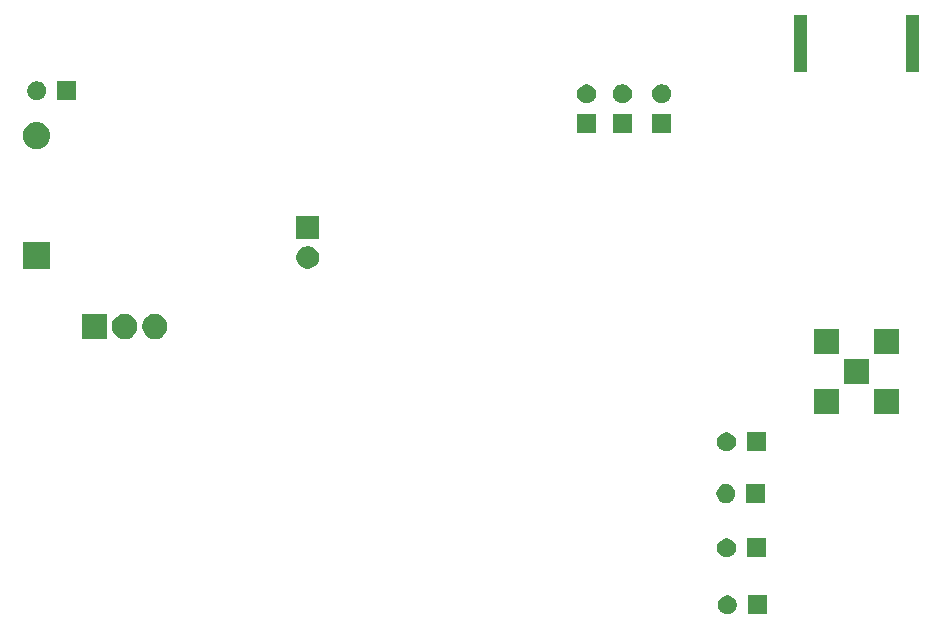
<source format=gbs>
G04 #@! TF.GenerationSoftware,KiCad,Pcbnew,(6.0.0-rc1-dev-305-gf0b8b21)*
G04 #@! TF.CreationDate,2018-11-28T21:02:02-08:00*
G04 #@! TF.ProjectId,EE173_Lab4,45453137335F4C6162342E6B69636164,rev?*
G04 #@! TF.SameCoordinates,Original*
G04 #@! TF.FileFunction,Soldermask,Bot*
G04 #@! TF.FilePolarity,Negative*
%FSLAX46Y46*%
G04 Gerber Fmt 4.6, Leading zero omitted, Abs format (unit mm)*
G04 Created by KiCad (PCBNEW (6.0.0-rc1-dev-305-gf0b8b21)) date Wednesday, November 28, 2018 at 09:02:02 PM*
%MOMM*%
%LPD*%
G01*
G04 APERTURE LIST*
%ADD10C,0.100000*%
G04 APERTURE END LIST*
D10*
G36*
X251811000Y-83461000D02*
X250209000Y-83461000D01*
X250209000Y-81859000D01*
X251811000Y-81859000D01*
X251811000Y-83461000D01*
X251811000Y-83461000D01*
G37*
G36*
X248703643Y-81889781D02*
X248849415Y-81950162D01*
X248980611Y-82037824D01*
X249092176Y-82149389D01*
X249179838Y-82280585D01*
X249240219Y-82426357D01*
X249271000Y-82581107D01*
X249271000Y-82738893D01*
X249240219Y-82893643D01*
X249179838Y-83039415D01*
X249092176Y-83170611D01*
X248980611Y-83282176D01*
X248849415Y-83369838D01*
X248703643Y-83430219D01*
X248548893Y-83461000D01*
X248391107Y-83461000D01*
X248236357Y-83430219D01*
X248090585Y-83369838D01*
X247959389Y-83282176D01*
X247847824Y-83170611D01*
X247760162Y-83039415D01*
X247699781Y-82893643D01*
X247669000Y-82738893D01*
X247669000Y-82581107D01*
X247699781Y-82426357D01*
X247760162Y-82280585D01*
X247847824Y-82149389D01*
X247959389Y-82037824D01*
X248090585Y-81950162D01*
X248236357Y-81889781D01*
X248391107Y-81859000D01*
X248548893Y-81859000D01*
X248703643Y-81889781D01*
X248703643Y-81889781D01*
G37*
G36*
X251741000Y-78631000D02*
X250139000Y-78631000D01*
X250139000Y-77029000D01*
X251741000Y-77029000D01*
X251741000Y-78631000D01*
X251741000Y-78631000D01*
G37*
G36*
X248633643Y-77059781D02*
X248779415Y-77120162D01*
X248910611Y-77207824D01*
X249022176Y-77319389D01*
X249109838Y-77450585D01*
X249170219Y-77596357D01*
X249201000Y-77751107D01*
X249201000Y-77908893D01*
X249170219Y-78063643D01*
X249109838Y-78209415D01*
X249022176Y-78340611D01*
X248910611Y-78452176D01*
X248779415Y-78539838D01*
X248633643Y-78600219D01*
X248478893Y-78631000D01*
X248321107Y-78631000D01*
X248166357Y-78600219D01*
X248020585Y-78539838D01*
X247889389Y-78452176D01*
X247777824Y-78340611D01*
X247690162Y-78209415D01*
X247629781Y-78063643D01*
X247599000Y-77908893D01*
X247599000Y-77751107D01*
X247629781Y-77596357D01*
X247690162Y-77450585D01*
X247777824Y-77319389D01*
X247889389Y-77207824D01*
X248020585Y-77120162D01*
X248166357Y-77059781D01*
X248321107Y-77029000D01*
X248478893Y-77029000D01*
X248633643Y-77059781D01*
X248633643Y-77059781D01*
G37*
G36*
X251691000Y-74031000D02*
X250089000Y-74031000D01*
X250089000Y-72429000D01*
X251691000Y-72429000D01*
X251691000Y-74031000D01*
X251691000Y-74031000D01*
G37*
G36*
X248583643Y-72459781D02*
X248729415Y-72520162D01*
X248860611Y-72607824D01*
X248972176Y-72719389D01*
X249059838Y-72850585D01*
X249120219Y-72996357D01*
X249151000Y-73151107D01*
X249151000Y-73308893D01*
X249120219Y-73463643D01*
X249059838Y-73609415D01*
X248972176Y-73740611D01*
X248860611Y-73852176D01*
X248729415Y-73939838D01*
X248583643Y-74000219D01*
X248428893Y-74031000D01*
X248271107Y-74031000D01*
X248116357Y-74000219D01*
X247970585Y-73939838D01*
X247839389Y-73852176D01*
X247727824Y-73740611D01*
X247640162Y-73609415D01*
X247579781Y-73463643D01*
X247549000Y-73308893D01*
X247549000Y-73151107D01*
X247579781Y-72996357D01*
X247640162Y-72850585D01*
X247727824Y-72719389D01*
X247839389Y-72607824D01*
X247970585Y-72520162D01*
X248116357Y-72459781D01*
X248271107Y-72429000D01*
X248428893Y-72429000D01*
X248583643Y-72459781D01*
X248583643Y-72459781D01*
G37*
G36*
X251731000Y-69661000D02*
X250129000Y-69661000D01*
X250129000Y-68059000D01*
X251731000Y-68059000D01*
X251731000Y-69661000D01*
X251731000Y-69661000D01*
G37*
G36*
X248623643Y-68089781D02*
X248769415Y-68150162D01*
X248900611Y-68237824D01*
X249012176Y-68349389D01*
X249099838Y-68480585D01*
X249160219Y-68626357D01*
X249191000Y-68781107D01*
X249191000Y-68938893D01*
X249160219Y-69093643D01*
X249099838Y-69239415D01*
X249012176Y-69370611D01*
X248900611Y-69482176D01*
X248769415Y-69569838D01*
X248623643Y-69630219D01*
X248468893Y-69661000D01*
X248311107Y-69661000D01*
X248156357Y-69630219D01*
X248010585Y-69569838D01*
X247879389Y-69482176D01*
X247767824Y-69370611D01*
X247680162Y-69239415D01*
X247619781Y-69093643D01*
X247589000Y-68938893D01*
X247589000Y-68781107D01*
X247619781Y-68626357D01*
X247680162Y-68480585D01*
X247767824Y-68349389D01*
X247879389Y-68237824D01*
X248010585Y-68150162D01*
X248156357Y-68089781D01*
X248311107Y-68059000D01*
X248468893Y-68059000D01*
X248623643Y-68089781D01*
X248623643Y-68089781D01*
G37*
G36*
X263007950Y-66477950D02*
X260912050Y-66477950D01*
X260912050Y-64382050D01*
X263007950Y-64382050D01*
X263007950Y-66477950D01*
X263007950Y-66477950D01*
G37*
G36*
X257927950Y-66477950D02*
X255832050Y-66477950D01*
X255832050Y-64382050D01*
X257927950Y-64382050D01*
X257927950Y-66477950D01*
X257927950Y-66477950D01*
G37*
G36*
X260467950Y-63937950D02*
X258372050Y-63937950D01*
X258372050Y-61842050D01*
X260467950Y-61842050D01*
X260467950Y-63937950D01*
X260467950Y-63937950D01*
G37*
G36*
X263007950Y-61397950D02*
X260912050Y-61397950D01*
X260912050Y-59302050D01*
X263007950Y-59302050D01*
X263007950Y-61397950D01*
X263007950Y-61397950D01*
G37*
G36*
X257927950Y-61397950D02*
X255832050Y-61397950D01*
X255832050Y-59302050D01*
X257927950Y-59302050D01*
X257927950Y-61397950D01*
X257927950Y-61397950D01*
G37*
G36*
X195951004Y-60146994D02*
X193817004Y-60146994D01*
X193817004Y-58012994D01*
X195951004Y-58012994D01*
X195951004Y-60146994D01*
X195951004Y-60146994D01*
G37*
G36*
X197745235Y-58053997D02*
X197939419Y-58134431D01*
X198114180Y-58251203D01*
X198262795Y-58399818D01*
X198379567Y-58574579D01*
X198460001Y-58768763D01*
X198501004Y-58974902D01*
X198501004Y-59185086D01*
X198460001Y-59391225D01*
X198379567Y-59585409D01*
X198262795Y-59760170D01*
X198114180Y-59908785D01*
X197939419Y-60025557D01*
X197745235Y-60105991D01*
X197539096Y-60146994D01*
X197328912Y-60146994D01*
X197122773Y-60105991D01*
X196928589Y-60025557D01*
X196753828Y-59908785D01*
X196605213Y-59760170D01*
X196488441Y-59585409D01*
X196408007Y-59391225D01*
X196367004Y-59185086D01*
X196367004Y-58974902D01*
X196408007Y-58768763D01*
X196488441Y-58574579D01*
X196605213Y-58399818D01*
X196753828Y-58251203D01*
X196928589Y-58134431D01*
X197122773Y-58053997D01*
X197328912Y-58012994D01*
X197539096Y-58012994D01*
X197745235Y-58053997D01*
X197745235Y-58053997D01*
G37*
G36*
X200295235Y-58053997D02*
X200489419Y-58134431D01*
X200664180Y-58251203D01*
X200812795Y-58399818D01*
X200929567Y-58574579D01*
X201010001Y-58768763D01*
X201051004Y-58974902D01*
X201051004Y-59185086D01*
X201010001Y-59391225D01*
X200929567Y-59585409D01*
X200812795Y-59760170D01*
X200664180Y-59908785D01*
X200489419Y-60025557D01*
X200295235Y-60105991D01*
X200089096Y-60146994D01*
X199878912Y-60146994D01*
X199672773Y-60105991D01*
X199478589Y-60025557D01*
X199303828Y-59908785D01*
X199155213Y-59760170D01*
X199038441Y-59585409D01*
X198958007Y-59391225D01*
X198917004Y-59185086D01*
X198917004Y-58974902D01*
X198958007Y-58768763D01*
X199038441Y-58574579D01*
X199155213Y-58399818D01*
X199303828Y-58251203D01*
X199478589Y-58134431D01*
X199672773Y-58053997D01*
X199878912Y-58012994D01*
X200089096Y-58012994D01*
X200295235Y-58053997D01*
X200295235Y-58053997D01*
G37*
G36*
X191143000Y-54237000D02*
X188841000Y-54237000D01*
X188841000Y-51935000D01*
X191143000Y-51935000D01*
X191143000Y-54237000D01*
X191143000Y-54237000D01*
G37*
G36*
X213215400Y-52323540D02*
X213388470Y-52395228D01*
X213544234Y-52499306D01*
X213676692Y-52631764D01*
X213780770Y-52787528D01*
X213852458Y-52960598D01*
X213889004Y-53144327D01*
X213889004Y-53331661D01*
X213852458Y-53515390D01*
X213780770Y-53688460D01*
X213676692Y-53844224D01*
X213544234Y-53976682D01*
X213388470Y-54080760D01*
X213215400Y-54152448D01*
X213031671Y-54188994D01*
X212844337Y-54188994D01*
X212660608Y-54152448D01*
X212487538Y-54080760D01*
X212331774Y-53976682D01*
X212199316Y-53844224D01*
X212095238Y-53688460D01*
X212023550Y-53515390D01*
X211987004Y-53331661D01*
X211987004Y-53144327D01*
X212023550Y-52960598D01*
X212095238Y-52787528D01*
X212199316Y-52631764D01*
X212331774Y-52499306D01*
X212487538Y-52395228D01*
X212660608Y-52323540D01*
X212844337Y-52286994D01*
X213031671Y-52286994D01*
X213215400Y-52323540D01*
X213215400Y-52323540D01*
G37*
G36*
X213889004Y-51648994D02*
X211987004Y-51648994D01*
X211987004Y-49746994D01*
X213889004Y-49746994D01*
X213889004Y-51648994D01*
X213889004Y-51648994D01*
G37*
G36*
X190116180Y-41781662D02*
X190217635Y-41791654D01*
X190434600Y-41857470D01*
X190434602Y-41857471D01*
X190434605Y-41857472D01*
X190634556Y-41964347D01*
X190809818Y-42108182D01*
X190953653Y-42283444D01*
X191060528Y-42483395D01*
X191060529Y-42483398D01*
X191060530Y-42483400D01*
X191126346Y-42700365D01*
X191148569Y-42926000D01*
X191126346Y-43151635D01*
X191060530Y-43368600D01*
X191060528Y-43368605D01*
X190953653Y-43568556D01*
X190809818Y-43743818D01*
X190634556Y-43887653D01*
X190434605Y-43994528D01*
X190434602Y-43994529D01*
X190434600Y-43994530D01*
X190217635Y-44060346D01*
X190116180Y-44070338D01*
X190048545Y-44077000D01*
X189935455Y-44077000D01*
X189867820Y-44070338D01*
X189766365Y-44060346D01*
X189549400Y-43994530D01*
X189549398Y-43994529D01*
X189549395Y-43994528D01*
X189349444Y-43887653D01*
X189174182Y-43743818D01*
X189030347Y-43568556D01*
X188923472Y-43368605D01*
X188923470Y-43368600D01*
X188857654Y-43151635D01*
X188835431Y-42926000D01*
X188857654Y-42700365D01*
X188923470Y-42483400D01*
X188923471Y-42483398D01*
X188923472Y-42483395D01*
X189030347Y-42283444D01*
X189174182Y-42108182D01*
X189349444Y-41964347D01*
X189549395Y-41857472D01*
X189549398Y-41857471D01*
X189549400Y-41857470D01*
X189766365Y-41791654D01*
X189867820Y-41781662D01*
X189935455Y-41775000D01*
X190048545Y-41775000D01*
X190116180Y-41781662D01*
X190116180Y-41781662D01*
G37*
G36*
X237351200Y-42736400D02*
X235749200Y-42736400D01*
X235749200Y-41134400D01*
X237351200Y-41134400D01*
X237351200Y-42736400D01*
X237351200Y-42736400D01*
G37*
G36*
X240386500Y-42723700D02*
X238784500Y-42723700D01*
X238784500Y-41121700D01*
X240386500Y-41121700D01*
X240386500Y-42723700D01*
X240386500Y-42723700D01*
G37*
G36*
X243701200Y-42711000D02*
X242099200Y-42711000D01*
X242099200Y-41109000D01*
X243701200Y-41109000D01*
X243701200Y-42711000D01*
X243701200Y-42711000D01*
G37*
G36*
X236783843Y-38625181D02*
X236929615Y-38685562D01*
X237060811Y-38773224D01*
X237172376Y-38884789D01*
X237260038Y-39015985D01*
X237320419Y-39161757D01*
X237351200Y-39316507D01*
X237351200Y-39474293D01*
X237320419Y-39629043D01*
X237260038Y-39774815D01*
X237172376Y-39906011D01*
X237060811Y-40017576D01*
X236929615Y-40105238D01*
X236783843Y-40165619D01*
X236629093Y-40196400D01*
X236471307Y-40196400D01*
X236316557Y-40165619D01*
X236170785Y-40105238D01*
X236039589Y-40017576D01*
X235928024Y-39906011D01*
X235840362Y-39774815D01*
X235779981Y-39629043D01*
X235749200Y-39474293D01*
X235749200Y-39316507D01*
X235779981Y-39161757D01*
X235840362Y-39015985D01*
X235928024Y-38884789D01*
X236039589Y-38773224D01*
X236170785Y-38685562D01*
X236316557Y-38625181D01*
X236471307Y-38594400D01*
X236629093Y-38594400D01*
X236783843Y-38625181D01*
X236783843Y-38625181D01*
G37*
G36*
X239819143Y-38612481D02*
X239964915Y-38672862D01*
X240096111Y-38760524D01*
X240207676Y-38872089D01*
X240295338Y-39003285D01*
X240355719Y-39149057D01*
X240386500Y-39303807D01*
X240386500Y-39461593D01*
X240355719Y-39616343D01*
X240295338Y-39762115D01*
X240207676Y-39893311D01*
X240096111Y-40004876D01*
X239964915Y-40092538D01*
X239819143Y-40152919D01*
X239664393Y-40183700D01*
X239506607Y-40183700D01*
X239351857Y-40152919D01*
X239206085Y-40092538D01*
X239074889Y-40004876D01*
X238963324Y-39893311D01*
X238875662Y-39762115D01*
X238815281Y-39616343D01*
X238784500Y-39461593D01*
X238784500Y-39303807D01*
X238815281Y-39149057D01*
X238875662Y-39003285D01*
X238963324Y-38872089D01*
X239074889Y-38760524D01*
X239206085Y-38672862D01*
X239351857Y-38612481D01*
X239506607Y-38581700D01*
X239664393Y-38581700D01*
X239819143Y-38612481D01*
X239819143Y-38612481D01*
G37*
G36*
X243133843Y-38599781D02*
X243279615Y-38660162D01*
X243410811Y-38747824D01*
X243522376Y-38859389D01*
X243610038Y-38990585D01*
X243670419Y-39136357D01*
X243701200Y-39291107D01*
X243701200Y-39448893D01*
X243670419Y-39603643D01*
X243610038Y-39749415D01*
X243522376Y-39880611D01*
X243410811Y-39992176D01*
X243279615Y-40079838D01*
X243133843Y-40140219D01*
X242979093Y-40171000D01*
X242821307Y-40171000D01*
X242666557Y-40140219D01*
X242520785Y-40079838D01*
X242389589Y-39992176D01*
X242278024Y-39880611D01*
X242190362Y-39749415D01*
X242129981Y-39603643D01*
X242099200Y-39448893D01*
X242099200Y-39291107D01*
X242129981Y-39136357D01*
X242190362Y-38990585D01*
X242278024Y-38859389D01*
X242389589Y-38747824D01*
X242520785Y-38660162D01*
X242666557Y-38599781D01*
X242821307Y-38569000D01*
X242979093Y-38569000D01*
X243133843Y-38599781D01*
X243133843Y-38599781D01*
G37*
G36*
X190225643Y-38345781D02*
X190371415Y-38406162D01*
X190502611Y-38493824D01*
X190614176Y-38605389D01*
X190701838Y-38736585D01*
X190762219Y-38882357D01*
X190793000Y-39037107D01*
X190793000Y-39194893D01*
X190762219Y-39349643D01*
X190701838Y-39495415D01*
X190614176Y-39626611D01*
X190502611Y-39738176D01*
X190371415Y-39825838D01*
X190225643Y-39886219D01*
X190070893Y-39917000D01*
X189913107Y-39917000D01*
X189758357Y-39886219D01*
X189612585Y-39825838D01*
X189481389Y-39738176D01*
X189369824Y-39626611D01*
X189282162Y-39495415D01*
X189221781Y-39349643D01*
X189191000Y-39194893D01*
X189191000Y-39037107D01*
X189221781Y-38882357D01*
X189282162Y-38736585D01*
X189369824Y-38605389D01*
X189481389Y-38493824D01*
X189612585Y-38406162D01*
X189758357Y-38345781D01*
X189913107Y-38315000D01*
X190070893Y-38315000D01*
X190225643Y-38345781D01*
X190225643Y-38345781D01*
G37*
G36*
X193333000Y-39917000D02*
X191731000Y-39917000D01*
X191731000Y-38315000D01*
X193333000Y-38315000D01*
X193333000Y-39917000D01*
X193333000Y-39917000D01*
G37*
G36*
X255229560Y-37554100D02*
X254149660Y-37554100D01*
X254149660Y-32727700D01*
X255229560Y-32727700D01*
X255229560Y-37554100D01*
X255229560Y-37554100D01*
G37*
G36*
X264691060Y-37554100D02*
X263611160Y-37554100D01*
X263611160Y-32727700D01*
X264691060Y-32727700D01*
X264691060Y-37554100D01*
X264691060Y-37554100D01*
G37*
M02*

</source>
